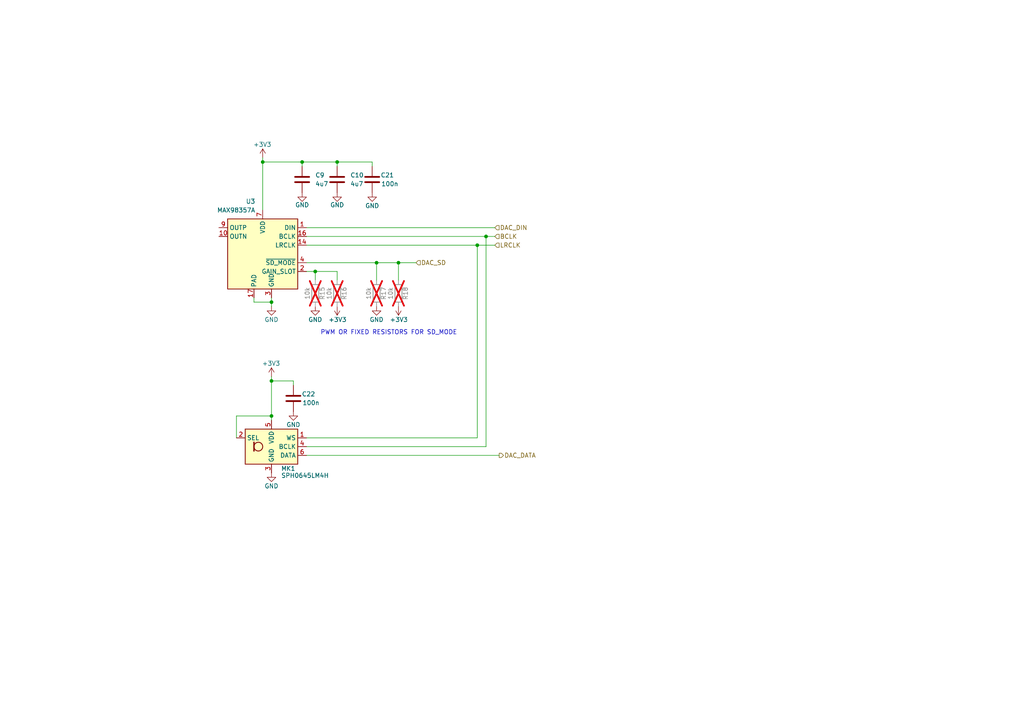
<source format=kicad_sch>
(kicad_sch (version 20250114) (generator "eeschema") (generator_version "9.0")
  (paper "A4")
  (lib_symbols
    (symbol "Audio:MAX98357A"
      (property "Reference" "U" (at -8.89 11.43 0))
      (property "Value" "MAX98357A" (at 10.16 11.43 0))
      (symbol "MAX98357A_1_1"
        (rectangle (start -10.16 10.16) (end 10.16 -10.16) (stroke (width 0.254)) (fill (type background)))
        (pin input line (at -12.7 7.62 0) (length 2.54) (name "DIN") (number "1"))
        (pin input line (at -12.7 5.08 0) (length 2.54) (name "BCLK") (number "16"))
        (pin input line (at -12.7 2.54 0) (length 2.54) (name "LRCLK") (number "14"))
        (pin input line (at -12.7 -2.54 0) (length 2.54) (name "~{SD_MODE}") (number "4"))
        (pin passive line (at -12.7 -5.08 0) (length 2.54) (name "GAIN_SLOT") (number "2"))
        (pin passive line (at -2.54 -12.7 90) (length 2.54) (hide yes) (name "GND") (number "11"))
        (pin passive line (at -2.54 -12.7 90) (length 2.54) (hide yes) (name "GND") (number "15"))
        (pin power_in line (at -2.54 -12.7 90) (length 2.54) (name "GND") (number "3"))
        (pin power_in line (at 0 12.7 270) (length 2.54) (name "VDD") (number "7"))
        (pin passive line (at 0 12.7 270) (length 2.54) (hide yes) (name "VDD") (number "8"))
        (pin unspecified line (at 2.54 -12.7 90) (length 2.54) (name "PAD") (number "17"))
        (pin no_connect line (at 10.16 2.54 180) (length 2.54) (hide yes) (name "NC") (number "5"))
        (pin no_connect line (at 10.16 0 180) (length 2.54) (hide yes) (name "NC") (number "6"))
        (pin no_connect line (at 10.16 -5.08 180) (length 2.54) (hide yes) (name "NC") (number "12"))
        (pin no_connect line (at 10.16 -7.62 180) (length 2.54) (hide yes) (name "NC") (number "13"))
        (pin output line (at 12.7 7.62 180) (length 2.54) (name "OUTP") (number "9"))
        (pin output line (at 12.7 5.08 180) (length 2.54) (name "OUTN") (number "10"))
      )
    )
    (symbol "Device:C" (pin_numbers (hide yes)) (pin_names (offset 0.254))
      (property "Reference" "C" (at 0.635 2.54 0))
      (property "Value" "C" (at 0.635 -2.54 0))
      (symbol "C_0_1"
        (polyline (pts (xy -2.032 0.762) (xy 2.032 0.762)) (stroke (width 0.508)))
        (polyline (pts (xy -2.032 -0.762) (xy 2.032 -0.762)) (stroke (width 0.508)))
      )
      (symbol "C_1_1"
        (pin passive line (at 0 3.81 270) (length 2.794) (name "~") (number "1"))
        (pin passive line (at 0 -3.81 90) (length 2.794) (name "~") (number "2"))
      )
    )
    (symbol "Device:R" (pin_numbers (hide yes)) (pin_names (offset 0))
      (property "Reference" "R" (at 2.032 0 90))
      (property "Value" "R" (at 0 0 90))
      (symbol "R_0_1"
        (rectangle (start -1.016 -2.54) (end 1.016 2.54) (stroke (width 0.254)))
      )
      (symbol "R_1_1"
        (pin passive line (at 0 3.81 270) (length 1.27) (name "~") (number "1"))
        (pin passive line (at 0 -3.81 90) (length 1.27) (name "~") (number "2"))
      )
    )
    (symbol "Sensor_Audio:SPH0645LM4H"
      (property "Reference" "MK" (at -7.62 6.35 0))
      (property "Value" "SPH0645LM4H" (at 1.27 6.35 0))
      (symbol "SPH0645LM4H_1_1"
        (rectangle (start -7.62 5.08) (end 7.62 -5.08) (stroke (width 0.254)) (fill (type background)))
        (polyline (pts (xy -5.08 1.27) (xy -5.08 -1.27)) (stroke (width 0.381)))
        (circle (center -3.81 0) (radius 1.27) (stroke (width 0.254)))
        (pin input line (at -10.16 2.54 0) (length 2.54) (name "SEL") (number "2"))
        (pin power_in line (at 0 7.62 270) (length 2.54) (name "VDD") (number "5"))
        (pin power_in line (at 0 -7.62 90) (length 2.54) (name "GND") (number "3"))
        (pin input line (at 10.16 2.54 180) (length 2.54) (name "WS") (number "1"))
        (pin input line (at 10.16 0 180) (length 2.54) (name "BCLK") (number "4"))
        (pin output line (at 10.16 -2.54 180) (length 2.54) (name "DATA") (number "6"))
      )
    )
    (symbol "power:+3V3" (power) (pin_names (offset 0))
      (property "Value" "+3V3" (at 0 3.556 0))
      (symbol "+3V3_0_1"
        (polyline (pts (xy -0.762 1.27) (xy 0 2.54)))
        (polyline (pts (xy 0 2.54) (xy 0.762 1.27)))
        (polyline (pts (xy 0 0) (xy 0 2.54)))
      )
      (symbol "+3V3_1_1"
        (pin power_in line (at 0 0 90) (length 0) (hide yes) (name "+3V3") (number "1"))
      )
    )
    (symbol "power:GND" (power) (pin_names (offset 0))
      (property "Value" "GND" (at 0 -3.81 0))
      (symbol "GND_0_1"
        (polyline (pts (xy 0 0) (xy 0 -1.27) (xy 1.27 -1.27) (xy 0 -2.54) (xy -1.27 -1.27) (xy 0 -1.27)))
      )
      (symbol "GND_1_1"
        (pin power_in line (at 0 0 270) (length 0) (hide yes) (name "GND") (number "1"))
      )
    )
  )
  (text "PWM OR FIXED RESISTORS FOR SD_MODE\n" (at 112.776 96.52 0) (effects (font (size 1.27 1.27))))
  (junction (at 109.22 76.2))
  (junction (at 78.74 87.63))
  (junction (at 138.43 71.12))
  (junction (at 140.97 68.58))
  (junction (at 78.74 120.65))
  (junction (at 76.2 46.99))
  (junction (at 97.79 46.99))
  (junction (at 87.63 46.99))
  (junction (at 115.57 76.2))
  (junction (at 78.74 110.49))
  (junction (at 91.44 78.74))
  (wire (pts (xy 91.44 78.74) (xy 91.44 81.28)))
  (wire (pts (xy 73.66 86.36) (xy 73.66 87.63)))
  (wire (pts (xy 76.2 46.99) (xy 87.63 46.99)))
  (wire (pts (xy 115.57 81.28) (xy 115.57 76.2)))
  (wire (pts (xy 97.79 46.99) (xy 107.95 46.99)))
  (wire (pts (xy 140.97 129.54) (xy 140.97 68.58)))
  (wire (pts (xy 78.74 87.63) (xy 78.74 88.9)))
  (wire (pts (xy 97.79 46.99) (xy 97.79 48.26)))
  (wire (pts (xy 88.9 68.58) (xy 140.97 68.58)))
  (wire (pts (xy 91.44 78.74) (xy 88.9 78.74)))
  (wire (pts (xy 76.2 46.99) (xy 76.2 60.96)))
  (wire (pts (xy 68.58 120.65) (xy 78.74 120.65)))
  (wire (pts (xy 88.9 66.04) (xy 143.51 66.04)))
  (wire (pts (xy 109.22 76.2) (xy 109.22 81.28)))
  (wire (pts (xy 138.43 71.12) (xy 143.51 71.12)))
  (wire (pts (xy 85.09 110.49) (xy 78.74 110.49)))
  (wire (pts (xy 88.9 76.2) (xy 109.22 76.2)))
  (wire (pts (xy 68.58 127) (xy 68.58 120.65)))
  (wire (pts (xy 88.9 132.08) (xy 144.78 132.08)))
  (wire (pts (xy 97.79 81.28) (xy 97.79 78.74)))
  (wire (pts (xy 85.09 111.76) (xy 85.09 110.49)))
  (wire (pts (xy 88.9 127) (xy 138.43 127)))
  (wire (pts (xy 78.74 87.63) (xy 78.74 86.36)))
  (wire (pts (xy 138.43 127) (xy 138.43 71.12)))
  (wire (pts (xy 78.74 120.65) (xy 78.74 121.92)))
  (wire (pts (xy 73.66 87.63) (xy 78.74 87.63)))
  (wire (pts (xy 115.57 76.2) (xy 120.65 76.2)))
  (wire (pts (xy 88.9 129.54) (xy 140.97 129.54)))
  (wire (pts (xy 78.74 110.49) (xy 78.74 120.65)))
  (wire (pts (xy 76.2 46.99) (xy 76.2 45.72)))
  (wire (pts (xy 87.63 46.99) (xy 97.79 46.99)))
  (wire (pts (xy 107.95 48.26) (xy 107.95 46.99)))
  (wire (pts (xy 78.74 109.22) (xy 78.74 110.49)))
  (wire (pts (xy 87.63 46.99) (xy 87.63 48.26)))
  (wire (pts (xy 97.79 78.74) (xy 91.44 78.74)))
  (wire (pts (xy 140.97 68.58) (xy 143.51 68.58)))
  (wire (pts (xy 88.9 71.12) (xy 138.43 71.12)))
  (wire (pts (xy 109.22 76.2) (xy 115.57 76.2)))
  (hierarchical_label "LRCLK" (shape input) (at 143.51 71.12 0))
  (hierarchical_label "BCLK" (shape input) (at 143.51 68.58 0))
  (hierarchical_label "DAC_SD" (shape input) (at 120.65 76.2 0))
  (hierarchical_label "DAC_DIN" (shape input) (at 143.51 66.04 0))
  (hierarchical_label "DAC_DATA" (shape output) (at 144.78 132.08 0))
  (symbol (lib_id "Sensor_Audio:SPH0645LM4H") (at 78.74 129.54 0) (unit 1)
    (property "Reference" "MK1" (at 81.534 135.89 0) (effects (justify left)))
    (property "Value" "SPH0645LM4H" (at 81.534 137.922 0) (effects (justify left)))
    (property "Footprint" "Sensor_Audio:Knowles_SPH0645LM4H-6_3.5x2.65mm" (effects (hide yes)))
    (property "Datasheet" "https://www.knowles.com/docs/default-source/default-document-library/sph0645lm4h-1-datasheet.pdf" (effects (hide yes)))
    (property "Description" "Knowles MEMS Microphone, 24-bit I2S, 65 dBA SNR, LGA-6" (effects (hide yes)))
  )
  (symbol (lib_id "power:GND") (at 97.79 55.88 0) (unit 1)
    (property "Reference" "#PWR038" (effects (hide yes)))
    (property "Value" "GND" (at 97.79 59.436 0))
    (property "Description" "Power symbol creates a global label with name \"GND\" , ground" (effects (hide yes)))
  )
  (symbol (lib_id "power:GND") (at 78.74 137.16 0) (mirror y) (unit 1)
    (property "Reference" "#PWR043" (effects (hide yes)))
    (property "Value" "GND" (at 78.74 140.97 0))
  )
  (symbol (lib_id "power:GND") (at 107.95 55.88 0) (mirror y) (unit 1)
    (property "Reference" "#PWR039" (effects (hide yes)))
    (property "Value" "GND" (at 107.95 59.69 0))
  )
  (symbol (lib_id "Device:R") (at 91.44 85.09 0) (mirror y) (unit 1) (dnp yes)
    (property "Reference" "R15" (at 93.472 85.09 90))
    (property "Value" "10k" (at 89.154 85.09 90))
    (property "Footprint" "Resistor_SMD:R_0402_1005Metric" (effects (hide yes)))
  )
  (symbol (lib_id "power:+3V3") (at 76.2 45.72 0) (mirror y) (unit 1)
    (property "Reference" "#PWR022" (effects (hide yes)))
    (property "Value" "+3V3" (at 78.74 41.91 0) (effects (justify left)))
  )
  (symbol (lib_id "power:+3V3") (at 115.57 88.9 0) (mirror x) (unit 1)
    (property "Reference" "#PWR046" (effects (hide yes)))
    (property "Value" "+3V3" (at 113.03 92.71 0) (effects (justify left)))
  )
  (symbol (lib_id "Device:C") (at 107.95 52.07 0) (mirror y) (unit 1)
    (property "Reference" "C21" (at 114.3 50.8 0) (effects (justify left)))
    (property "Value" "100n" (at 115.57 53.34 0) (effects (justify left)))
    (property "Footprint" "Capacitor_SMD:C_0402_1005Metric" (effects (hide yes)))
  )
  (symbol (lib_id "power:GND") (at 91.44 88.9 0) (mirror y) (unit 1)
    (property "Reference" "#PWR041" (effects (hide yes)))
    (property "Value" "GND" (at 91.44 92.71 0))
  )
  (symbol (lib_id "Device:R") (at 115.57 85.09 0) (mirror y) (unit 1) (dnp yes)
    (property "Reference" "R18" (at 117.602 85.09 90))
    (property "Value" "10k" (at 113.284 85.09 90))
    (property "Footprint" "Resistor_SMD:R_0402_1005Metric" (effects (hide yes)))
  )
  (symbol (lib_id "Audio:MAX98357A") (at 76.2 73.66 0) (mirror y) (unit 1)
    (property "Reference" "U3" (at 74.0567 58.42 0) (effects (justify left)))
    (property "Value" "MAX98357A" (at 74.0567 60.96 0) (effects (justify left)))
    (property "Footprint" "Package_DFN_QFN:TQFN-16-1EP_3x3mm_P0.5mm_EP1.23x1.23mm" (effects (hide yes)))
    (property "Datasheet" "https://www.analog.com/media/en/technical-documentation/data-sheets/MAX98357A-MAX98357B.pdf" (effects (hide yes)))
    (property "Description" "Mono DAC with amplifier, I2S, PCM, TDM, 32-bit, 96khz, 3.2W, TQFP-16" (effects (hide yes)))
  )
  (symbol (lib_id "Device:R") (at 97.79 85.09 0) (mirror y) (unit 1) (dnp yes)
    (property "Reference" "R16" (at 99.822 85.09 90))
    (property "Value" "10k" (at 95.504 85.09 90))
    (property "Footprint" "Resistor_SMD:R_0402_1005Metric" (effects (hide yes)))
  )
  (symbol (lib_id "power:+3V3") (at 97.79 88.9 0) (mirror x) (unit 1)
    (property "Reference" "#PWR040" (effects (hide yes)))
    (property "Value" "+3V3" (at 95.25 92.71 0) (effects (justify left)))
  )
  (symbol (lib_id "power:GND") (at 87.63 55.88 0) (unit 1)
    (property "Reference" "#PWR019" (effects (hide yes)))
    (property "Value" "GND" (at 87.63 59.436 0))
    (property "Description" "Power symbol creates a global label with name \"GND\" , ground" (effects (hide yes)))
  )
  (symbol (lib_id "power:GND") (at 78.74 88.9 0) (unit 1)
    (property "Reference" "#PWR010" (effects (hide yes)))
    (property "Value" "GND" (at 78.74 92.71 0))
  )
  (symbol (lib_id "power:GND") (at 109.22 88.9 0) (mirror y) (unit 1)
    (property "Reference" "#PWR045" (effects (hide yes)))
    (property "Value" "GND" (at 109.22 92.71 0))
  )
  (symbol (lib_id "power:GND") (at 85.09 119.38 0) (mirror y) (unit 1)
    (property "Reference" "#PWR042" (effects (hide yes)))
    (property "Value" "GND" (at 85.09 123.19 0))
  )
  (symbol (lib_id "Device:C") (at 87.63 52.07 0) (unit 1)
    (property "Reference" "C9" (at 91.44 50.7999 0) (effects (justify left)))
    (property "Value" "4u7" (at 91.44 53.3399 0) (effects (justify left)))
    (property "Footprint" "Capacitor_SMD:C_0402_1005Metric" (effects (hide yes)))
    (property "Description" "Unpolarized capacitor" (effects (hide yes)))
  )
  (symbol (lib_id "Device:R") (at 109.22 85.09 0) (mirror y) (unit 1) (dnp yes)
    (property "Reference" "R17" (at 111.252 85.09 90))
    (property "Value" "10k" (at 106.934 85.09 90))
    (property "Footprint" "Resistor_SMD:R_0402_1005Metric" (effects (hide yes)))
  )
  (symbol (lib_id "power:+3V3") (at 78.74 109.22 0) (mirror y) (unit 1)
    (property "Reference" "#PWR044" (effects (hide yes)))
    (property "Value" "+3V3" (at 81.28 105.41 0) (effects (justify left)))
  )
  (symbol (lib_id "Device:C") (at 97.79 52.07 0) (unit 1)
    (property "Reference" "C10" (at 101.6 50.7999 0) (effects (justify left)))
    (property "Value" "4u7" (at 101.6 53.3399 0) (effects (justify left)))
    (property "Footprint" "Capacitor_SMD:C_0402_1005Metric" (effects (hide yes)))
    (property "Description" "Unpolarized capacitor" (effects (hide yes)))
  )
  (symbol (lib_id "Device:C") (at 85.09 115.57 0) (mirror y) (unit 1)
    (property "Reference" "C22" (at 91.44 114.3 0) (effects (justify left)))
    (property "Value" "100n" (at 92.71 116.84 0) (effects (justify left)))
    (property "Footprint" "Capacitor_SMD:C_0402_1005Metric" (effects (hide yes)))
  )
)
</source>
